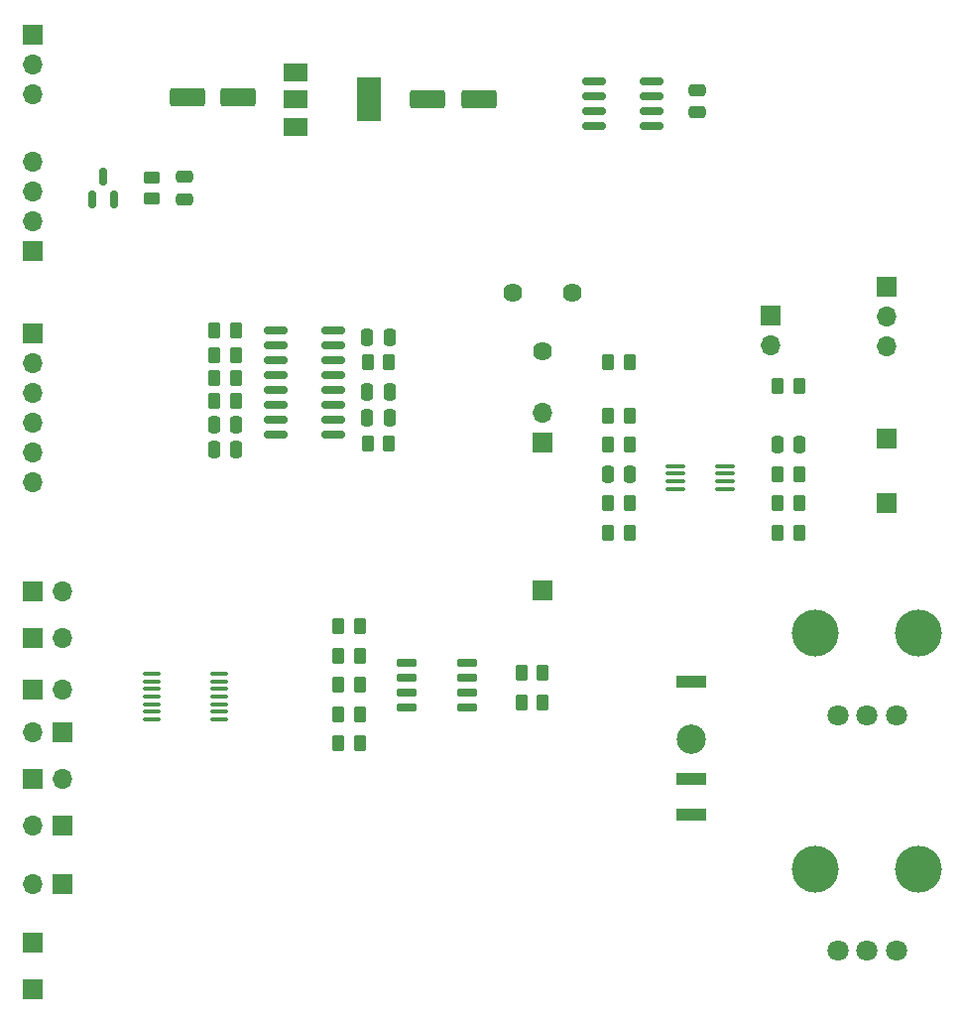
<source format=gbr>
%TF.GenerationSoftware,KiCad,Pcbnew,(6.0.8)*%
%TF.CreationDate,2022-10-24T12:17:12+01:00*%
%TF.ProjectId,VCO_Test,56434f5f-5465-4737-942e-6b696361645f,rev?*%
%TF.SameCoordinates,Original*%
%TF.FileFunction,Soldermask,Top*%
%TF.FilePolarity,Negative*%
%FSLAX46Y46*%
G04 Gerber Fmt 4.6, Leading zero omitted, Abs format (unit mm)*
G04 Created by KiCad (PCBNEW (6.0.8)) date 2022-10-24 12:17:12*
%MOMM*%
%LPD*%
G01*
G04 APERTURE LIST*
G04 Aperture macros list*
%AMRoundRect*
0 Rectangle with rounded corners*
0 $1 Rounding radius*
0 $2 $3 $4 $5 $6 $7 $8 $9 X,Y pos of 4 corners*
0 Add a 4 corners polygon primitive as box body*
4,1,4,$2,$3,$4,$5,$6,$7,$8,$9,$2,$3,0*
0 Add four circle primitives for the rounded corners*
1,1,$1+$1,$2,$3*
1,1,$1+$1,$4,$5*
1,1,$1+$1,$6,$7*
1,1,$1+$1,$8,$9*
0 Add four rect primitives between the rounded corners*
20,1,$1+$1,$2,$3,$4,$5,0*
20,1,$1+$1,$4,$5,$6,$7,0*
20,1,$1+$1,$6,$7,$8,$9,0*
20,1,$1+$1,$8,$9,$2,$3,0*%
G04 Aperture macros list end*
%ADD10O,1.700000X1.700000*%
%ADD11R,1.700000X1.700000*%
%ADD12RoundRect,0.250000X-0.262500X-0.450000X0.262500X-0.450000X0.262500X0.450000X-0.262500X0.450000X0*%
%ADD13RoundRect,0.250000X0.250000X0.475000X-0.250000X0.475000X-0.250000X-0.475000X0.250000X-0.475000X0*%
%ADD14RoundRect,0.250000X0.262500X0.450000X-0.262500X0.450000X-0.262500X-0.450000X0.262500X-0.450000X0*%
%ADD15C,4.000000*%
%ADD16C,1.800000*%
%ADD17RoundRect,0.250000X-0.475000X0.250000X-0.475000X-0.250000X0.475000X-0.250000X0.475000X0.250000X0*%
%ADD18RoundRect,0.250000X-0.250000X-0.475000X0.250000X-0.475000X0.250000X0.475000X-0.250000X0.475000X0*%
%ADD19RoundRect,0.100000X-0.712500X-0.100000X0.712500X-0.100000X0.712500X0.100000X-0.712500X0.100000X0*%
%ADD20RoundRect,0.250000X-0.450000X0.262500X-0.450000X-0.262500X0.450000X-0.262500X0.450000X0.262500X0*%
%ADD21RoundRect,0.150000X-0.825000X-0.150000X0.825000X-0.150000X0.825000X0.150000X-0.825000X0.150000X0*%
%ADD22RoundRect,0.250000X0.475000X-0.250000X0.475000X0.250000X-0.475000X0.250000X-0.475000X-0.250000X0*%
%ADD23RoundRect,0.250000X1.250000X0.550000X-1.250000X0.550000X-1.250000X-0.550000X1.250000X-0.550000X0*%
%ADD24RoundRect,0.100000X0.637500X0.100000X-0.637500X0.100000X-0.637500X-0.100000X0.637500X-0.100000X0*%
%ADD25C,1.620000*%
%ADD26RoundRect,0.150000X0.150000X-0.587500X0.150000X0.587500X-0.150000X0.587500X-0.150000X-0.587500X0*%
%ADD27RoundRect,0.250000X-1.250000X-0.550000X1.250000X-0.550000X1.250000X0.550000X-1.250000X0.550000X0*%
%ADD28C,2.500000*%
%ADD29R,2.500000X1.000000*%
%ADD30R,2.000000X1.500000*%
%ADD31R,2.000000X3.800000*%
%ADD32RoundRect,0.150000X-0.725000X-0.150000X0.725000X-0.150000X0.725000X0.150000X-0.725000X0.150000X0*%
G04 APERTURE END LIST*
D10*
%TO.C,J3*%
X106300000Y-84935000D03*
D11*
X106300000Y-87475000D03*
%TD*%
%TO.C,J1*%
X62800000Y-78200000D03*
D10*
X62800000Y-80740000D03*
X62800000Y-83280000D03*
X62800000Y-85820000D03*
X62800000Y-88360000D03*
X62800000Y-90900000D03*
%TD*%
D12*
%TO.C,R24*%
X126387500Y-92700000D03*
X128212500Y-92700000D03*
%TD*%
%TO.C,R23*%
X128212500Y-90200000D03*
X126387500Y-90200000D03*
%TD*%
%TO.C,R22*%
X128212500Y-95200000D03*
X126387500Y-95200000D03*
%TD*%
D11*
%TO.C,J11*%
X135700000Y-87200000D03*
%TD*%
%TO.C,J10*%
X135700000Y-92700000D03*
%TD*%
%TO.C,J9*%
X106300000Y-100100000D03*
%TD*%
D13*
%TO.C,C11*%
X126350000Y-87700000D03*
X128250000Y-87700000D03*
%TD*%
D11*
%TO.C,J8*%
X62800000Y-71200000D03*
D10*
X62800000Y-68660000D03*
X62800000Y-66120000D03*
X62800000Y-63580000D03*
%TD*%
D11*
%TO.C,J7*%
X62800000Y-52700000D03*
D10*
X62800000Y-55240000D03*
X62800000Y-57780000D03*
%TD*%
D14*
%TO.C,R19*%
X90712500Y-113200000D03*
X88887500Y-113200000D03*
%TD*%
%TO.C,R11*%
X111887500Y-87700000D03*
X113712500Y-87700000D03*
%TD*%
%TO.C,R15*%
X90712500Y-108200000D03*
X88887500Y-108200000D03*
%TD*%
D11*
%TO.C,JP2*%
X135700000Y-74200000D03*
D10*
X135700000Y-76740000D03*
X135700000Y-79280000D03*
%TD*%
D14*
%TO.C,R16*%
X90712500Y-110700000D03*
X88887500Y-110700000D03*
%TD*%
D15*
%TO.C,RV2*%
X129600000Y-103800000D03*
X138400000Y-103800000D03*
D16*
X136500000Y-110800000D03*
X134000000Y-110800000D03*
X131500000Y-110800000D03*
%TD*%
D12*
%TO.C,R5*%
X78287500Y-77975000D03*
X80112500Y-77975000D03*
%TD*%
D14*
%TO.C,R6*%
X128212500Y-82700000D03*
X126387500Y-82700000D03*
%TD*%
D17*
%TO.C,C1*%
X119500000Y-57450000D03*
X119500000Y-59350000D03*
%TD*%
D10*
%TO.C,JP7*%
X62800000Y-120200000D03*
D11*
X65340000Y-120200000D03*
%TD*%
D18*
%TO.C,C8*%
X80150000Y-88075000D03*
X78250000Y-88075000D03*
%TD*%
D12*
%TO.C,R18*%
X104507500Y-107200000D03*
X106332500Y-107200000D03*
%TD*%
%TO.C,R7*%
X78287500Y-80075000D03*
X80112500Y-80075000D03*
%TD*%
D11*
%TO.C,J6*%
X62800000Y-134200000D03*
%TD*%
D14*
%TO.C,R20*%
X90712500Y-105700000D03*
X88887500Y-105700000D03*
%TD*%
%TO.C,R17*%
X90712500Y-103200000D03*
X88887500Y-103200000D03*
%TD*%
D12*
%TO.C,R8*%
X80112500Y-83975000D03*
X78287500Y-83975000D03*
%TD*%
D18*
%TO.C,C6*%
X93250000Y-85375000D03*
X91350000Y-85375000D03*
%TD*%
D12*
%TO.C,R1*%
X93212500Y-80675000D03*
X91387500Y-80675000D03*
%TD*%
D19*
%TO.C,U5*%
X121912500Y-89525000D03*
X121912500Y-90175000D03*
X121912500Y-90825000D03*
X121912500Y-91475000D03*
X117687500Y-91475000D03*
X117687500Y-90825000D03*
X117687500Y-90175000D03*
X117687500Y-89525000D03*
%TD*%
D20*
%TO.C,R13*%
X72900000Y-64887500D03*
X72900000Y-66712500D03*
%TD*%
D11*
%TO.C,J5*%
X62800000Y-130200000D03*
%TD*%
D10*
%TO.C,JP5*%
X62800000Y-112200000D03*
D11*
X65340000Y-112200000D03*
%TD*%
D14*
%TO.C,R10*%
X111887500Y-85200000D03*
X113712500Y-85200000D03*
%TD*%
D21*
%TO.C,U3*%
X88475000Y-77930000D03*
X88475000Y-79200000D03*
X88475000Y-80470000D03*
X88475000Y-81740000D03*
X88475000Y-83010000D03*
X88475000Y-84280000D03*
X88475000Y-85550000D03*
X88475000Y-86820000D03*
X83525000Y-86820000D03*
X83525000Y-85550000D03*
X83525000Y-84280000D03*
X83525000Y-83010000D03*
X83525000Y-81740000D03*
X83525000Y-80470000D03*
X83525000Y-79200000D03*
X83525000Y-77930000D03*
%TD*%
D18*
%TO.C,C9*%
X113750000Y-90200000D03*
X111850000Y-90200000D03*
%TD*%
D22*
%TO.C,C10*%
X75700000Y-66750000D03*
X75700000Y-64850000D03*
%TD*%
D11*
%TO.C,JP3*%
X62800000Y-100200000D03*
D10*
X65340000Y-100200000D03*
%TD*%
D14*
%TO.C,R12*%
X113712500Y-92700000D03*
X111887500Y-92700000D03*
%TD*%
D11*
%TO.C,JP6*%
X62800000Y-108600000D03*
D10*
X65340000Y-108600000D03*
%TD*%
D23*
%TO.C,C2*%
X80350000Y-58050000D03*
X75950000Y-58050000D03*
%TD*%
D12*
%TO.C,R4*%
X78287500Y-81975000D03*
X80112500Y-81975000D03*
%TD*%
D24*
%TO.C,U7*%
X78662500Y-111150000D03*
X78662500Y-110500000D03*
X78662500Y-109850000D03*
X78662500Y-109200000D03*
X78662500Y-108550000D03*
X78662500Y-107900000D03*
X78662500Y-107250000D03*
X72937500Y-107250000D03*
X72937500Y-107900000D03*
X72937500Y-108550000D03*
X72937500Y-109200000D03*
X72937500Y-109850000D03*
X72937500Y-110500000D03*
X72937500Y-111150000D03*
%TD*%
D14*
%TO.C,R14*%
X111887500Y-95200000D03*
X113712500Y-95200000D03*
%TD*%
D25*
%TO.C,R2*%
X103800000Y-74700000D03*
X106300000Y-79700000D03*
X108800000Y-74700000D03*
%TD*%
D18*
%TO.C,C5*%
X91350000Y-83200000D03*
X93250000Y-83200000D03*
%TD*%
D26*
%TO.C,U4*%
X68800000Y-64862500D03*
X69750000Y-66737500D03*
X67850000Y-66737500D03*
%TD*%
D11*
%TO.C,JP4*%
X62800000Y-104200000D03*
D10*
X65340000Y-104200000D03*
%TD*%
D13*
%TO.C,C4*%
X91350000Y-78500000D03*
X93250000Y-78500000D03*
%TD*%
D27*
%TO.C,C3*%
X96450000Y-58250000D03*
X100850000Y-58250000D03*
%TD*%
D13*
%TO.C,C7*%
X78250000Y-85975000D03*
X80150000Y-85975000D03*
%TD*%
D10*
%TO.C,JP9*%
X62800000Y-125200000D03*
D11*
X65340000Y-125200000D03*
%TD*%
D12*
%TO.C,R3*%
X111887500Y-80700000D03*
X113712500Y-80700000D03*
%TD*%
D11*
%TO.C,JP8*%
X62800000Y-116200000D03*
D10*
X65340000Y-116200000D03*
%TD*%
D15*
%TO.C,RV1*%
X138400000Y-123900000D03*
X129600000Y-123900000D03*
D16*
X136500000Y-130900000D03*
X134000000Y-130900000D03*
X131500000Y-130900000D03*
%TD*%
D28*
%TO.C,J2*%
X119000000Y-112800000D03*
D29*
X119000000Y-119280000D03*
X119000000Y-116180000D03*
X119000000Y-107880000D03*
%TD*%
D21*
%TO.C,U2*%
X110700000Y-56660000D03*
X110700000Y-57930000D03*
X110700000Y-59200000D03*
X110700000Y-60470000D03*
X115650000Y-60470000D03*
X115650000Y-59200000D03*
X115650000Y-57930000D03*
X115650000Y-56660000D03*
%TD*%
D11*
%TO.C,JP1*%
X125800000Y-76700000D03*
D10*
X125800000Y-79240000D03*
%TD*%
D30*
%TO.C,U1*%
X85200000Y-55950000D03*
D31*
X91500000Y-58250000D03*
D30*
X85200000Y-58250000D03*
X85200000Y-60550000D03*
%TD*%
D32*
%TO.C,U6*%
X94725000Y-106295000D03*
X94725000Y-107565000D03*
X94725000Y-108835000D03*
X94725000Y-110105000D03*
X99875000Y-110105000D03*
X99875000Y-108835000D03*
X99875000Y-107565000D03*
X99875000Y-106295000D03*
%TD*%
D14*
%TO.C,R9*%
X91387500Y-87575000D03*
X93212500Y-87575000D03*
%TD*%
D12*
%TO.C,R21*%
X104507500Y-109735000D03*
X106332500Y-109735000D03*
%TD*%
M02*

</source>
